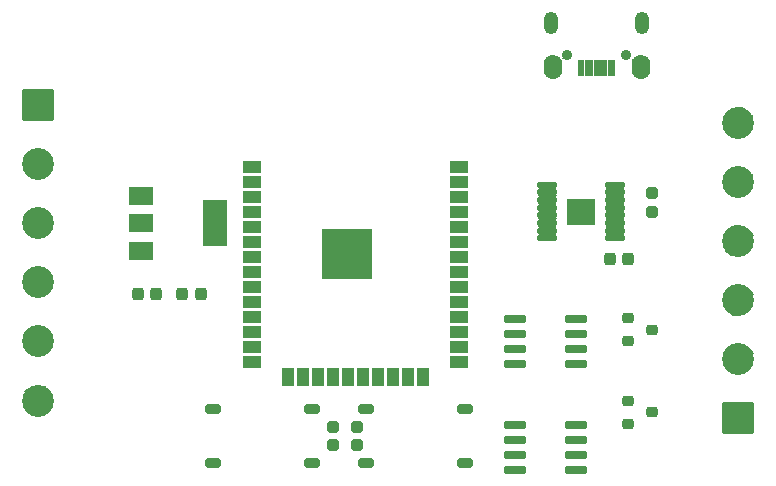
<source format=gbr>
G04 #@! TF.GenerationSoftware,KiCad,Pcbnew,(6.0.9)*
G04 #@! TF.CreationDate,2022-12-21T18:39:15+01:00*
G04 #@! TF.ProjectId,PP,50502e6b-6963-4616-945f-706362585858,rev?*
G04 #@! TF.SameCoordinates,Original*
G04 #@! TF.FileFunction,Soldermask,Top*
G04 #@! TF.FilePolarity,Negative*
%FSLAX46Y46*%
G04 Gerber Fmt 4.6, Leading zero omitted, Abs format (unit mm)*
G04 Created by KiCad (PCBNEW (6.0.9)) date 2022-12-21 18:39:15*
%MOMM*%
%LPD*%
G01*
G04 APERTURE LIST*
G04 Aperture macros list*
%AMRoundRect*
0 Rectangle with rounded corners*
0 $1 Rounding radius*
0 $2 $3 $4 $5 $6 $7 $8 $9 X,Y pos of 4 corners*
0 Add a 4 corners polygon primitive as box body*
4,1,4,$2,$3,$4,$5,$6,$7,$8,$9,$2,$3,0*
0 Add four circle primitives for the rounded corners*
1,1,$1+$1,$2,$3*
1,1,$1+$1,$4,$5*
1,1,$1+$1,$6,$7*
1,1,$1+$1,$8,$9*
0 Add four rect primitives between the rounded corners*
20,1,$1+$1,$2,$3,$4,$5,0*
20,1,$1+$1,$4,$5,$6,$7,0*
20,1,$1+$1,$6,$7,$8,$9,0*
20,1,$1+$1,$8,$9,$2,$3,0*%
G04 Aperture macros list end*
%ADD10RoundRect,0.051000X-1.000000X-0.750000X1.000000X-0.750000X1.000000X0.750000X-1.000000X0.750000X0*%
%ADD11RoundRect,0.051000X-1.000000X-1.900000X1.000000X-1.900000X1.000000X1.900000X-1.000000X1.900000X0*%
%ADD12R,2.460000X2.310000*%
%ADD13RoundRect,0.151000X-0.687500X-0.100000X0.687500X-0.100000X0.687500X0.100000X-0.687500X0.100000X0*%
%ADD14RoundRect,0.251000X-0.250000X-0.200000X0.250000X-0.200000X0.250000X0.200000X-0.250000X0.200000X0*%
%ADD15RoundRect,0.201000X-0.725000X-0.150000X0.725000X-0.150000X0.725000X0.150000X-0.725000X0.150000X0*%
%ADD16O,0.902000X0.902000*%
%ADD17RoundRect,0.051000X0.225000X0.650000X-0.225000X0.650000X-0.225000X-0.650000X0.225000X-0.650000X0*%
%ADD18O,1.552000X2.102000*%
%ADD19O,1.252000X1.902000*%
%ADD20RoundRect,0.276000X-0.225000X-0.250000X0.225000X-0.250000X0.225000X0.250000X-0.225000X0.250000X0*%
%ADD21C,2.702000*%
%ADD22RoundRect,0.051000X1.300000X-1.300000X1.300000X1.300000X-1.300000X1.300000X-1.300000X-1.300000X0*%
%ADD23RoundRect,0.051000X-1.300000X1.300000X-1.300000X-1.300000X1.300000X-1.300000X1.300000X1.300000X0*%
%ADD24RoundRect,0.226000X-0.425000X-0.175000X0.425000X-0.175000X0.425000X0.175000X-0.425000X0.175000X0*%
%ADD25RoundRect,0.276000X0.225000X0.250000X-0.225000X0.250000X-0.225000X-0.250000X0.225000X-0.250000X0*%
%ADD26RoundRect,0.276000X0.250000X-0.225000X0.250000X0.225000X-0.250000X0.225000X-0.250000X-0.225000X0*%
%ADD27RoundRect,0.276000X-0.250000X0.225000X-0.250000X-0.225000X0.250000X-0.225000X0.250000X0.225000X0*%
%ADD28RoundRect,0.051000X-0.750000X-0.450000X0.750000X-0.450000X0.750000X0.450000X-0.750000X0.450000X0*%
%ADD29RoundRect,0.051000X0.450000X-0.750000X0.450000X0.750000X-0.450000X0.750000X-0.450000X-0.750000X0*%
%ADD30C,0.577000*%
%ADD31RoundRect,0.051000X-2.100000X-2.100000X2.100000X-2.100000X2.100000X2.100000X-2.100000X2.100000X0*%
G04 APERTURE END LIST*
D10*
X90700000Y-59700000D03*
D11*
X97000000Y-62000000D03*
D10*
X90700000Y-62000000D03*
X90700000Y-64300000D03*
D12*
X128000000Y-61000000D03*
D13*
X125137500Y-58725000D03*
X125137500Y-59375000D03*
X125137500Y-60025000D03*
X125137500Y-60675000D03*
X125137500Y-61325000D03*
X125137500Y-61975000D03*
X125137500Y-62625000D03*
X125137500Y-63275000D03*
X130862500Y-63275000D03*
X130862500Y-62625000D03*
X130862500Y-61975000D03*
X130862500Y-61325000D03*
X130862500Y-60675000D03*
X130862500Y-60025000D03*
X130862500Y-59375000D03*
X130862500Y-58725000D03*
D14*
X132000000Y-77050000D03*
X132000000Y-78950000D03*
X134000000Y-78000000D03*
D15*
X122425000Y-79095000D03*
X122425000Y-80365000D03*
X122425000Y-81635000D03*
X122425000Y-82905000D03*
X127575000Y-82905000D03*
X127575000Y-81635000D03*
X127575000Y-80365000D03*
X127575000Y-79095000D03*
D14*
X132000000Y-70050000D03*
X132000000Y-71950000D03*
X134000000Y-71000000D03*
D15*
X122425000Y-70095000D03*
X122425000Y-71365000D03*
X122425000Y-72635000D03*
X122425000Y-73905000D03*
X127575000Y-73905000D03*
X127575000Y-72635000D03*
X127575000Y-71365000D03*
X127575000Y-70095000D03*
D16*
X126810000Y-47750000D03*
X131810000Y-47750000D03*
D17*
X130610000Y-48850000D03*
X129960000Y-48850000D03*
X129310000Y-48850000D03*
X128660000Y-48850000D03*
X128010000Y-48850000D03*
D18*
X125585000Y-48800000D03*
X133035000Y-48800000D03*
D19*
X125435000Y-45000000D03*
X133185000Y-45000000D03*
D20*
X90450000Y-68000000D03*
X92000000Y-68000000D03*
X130450000Y-65000000D03*
X132000000Y-65000000D03*
D21*
X141305000Y-53500000D03*
X141305000Y-58500000D03*
X141305000Y-63500000D03*
X141305000Y-68500000D03*
X141305000Y-73500000D03*
D22*
X141305000Y-78500000D03*
D23*
X82000000Y-52000000D03*
D21*
X82000000Y-57000000D03*
X82000000Y-62000000D03*
X82000000Y-67000000D03*
X82000000Y-72000000D03*
X82000000Y-77000000D03*
D24*
X96800000Y-77750000D03*
X105200000Y-77750000D03*
X96800000Y-82250000D03*
X105200000Y-82250000D03*
D25*
X95775000Y-68000000D03*
X94225000Y-68000000D03*
D26*
X109000000Y-80775000D03*
X109000000Y-79225000D03*
X107000000Y-80775000D03*
X107000000Y-79225000D03*
D27*
X134000000Y-59450000D03*
X134000000Y-61000000D03*
D24*
X109800000Y-77750000D03*
X118200000Y-77750000D03*
X109800000Y-82250000D03*
X118200000Y-82250000D03*
D28*
X100135000Y-57230000D03*
X100135000Y-58500000D03*
X100135000Y-59770000D03*
X100135000Y-61040000D03*
X100135000Y-62310000D03*
X100135000Y-63580000D03*
X100135000Y-64850000D03*
X100135000Y-66120000D03*
X100135000Y-67390000D03*
X100135000Y-68660000D03*
X100135000Y-69930000D03*
X100135000Y-71200000D03*
X100135000Y-72470000D03*
X100135000Y-73740000D03*
D29*
X103175000Y-74990000D03*
X104445000Y-74990000D03*
X105715000Y-74990000D03*
X106985000Y-74990000D03*
X108255000Y-74990000D03*
X109525000Y-74990000D03*
X110795000Y-74990000D03*
X112065000Y-74990000D03*
X113335000Y-74990000D03*
X114605000Y-74990000D03*
D28*
X117635000Y-73740000D03*
X117635000Y-72470000D03*
X117635000Y-71200000D03*
X117635000Y-69930000D03*
X117635000Y-68660000D03*
X117635000Y-67390000D03*
X117635000Y-66120000D03*
X117635000Y-64850000D03*
X117635000Y-63580000D03*
X117635000Y-62310000D03*
X117635000Y-61040000D03*
X117635000Y-59770000D03*
X117635000Y-58500000D03*
X117635000Y-57230000D03*
D30*
X108205000Y-63807500D03*
X109730000Y-63807500D03*
X108205000Y-65332500D03*
X106680000Y-65332500D03*
X108967500Y-63045000D03*
X107442500Y-63045000D03*
D31*
X108205000Y-64570000D03*
D30*
X106680000Y-63807500D03*
X108967500Y-64570000D03*
X108967500Y-66095000D03*
X107442500Y-66095000D03*
X107442500Y-64570000D03*
X109730000Y-65332500D03*
G36*
X82127603Y-75648379D02*
G01*
X82127930Y-75648410D01*
X82346643Y-75687369D01*
X82346960Y-75687453D01*
X82556375Y-75761611D01*
X82556674Y-75761745D01*
X82751165Y-75869109D01*
X82751438Y-75869290D01*
X82925782Y-76006980D01*
X82926021Y-76007204D01*
X83075536Y-76171518D01*
X83075736Y-76171778D01*
X83196407Y-76358306D01*
X83196562Y-76358595D01*
X83285147Y-76562329D01*
X83285253Y-76562639D01*
X83339374Y-76778101D01*
X83339427Y-76778424D01*
X83357926Y-77003440D01*
X83357932Y-77003653D01*
X83356490Y-77062685D01*
X83356474Y-77062897D01*
X83327004Y-77286741D01*
X83326935Y-77287061D01*
X83262353Y-77499625D01*
X83262232Y-77499930D01*
X83163800Y-77699091D01*
X83163631Y-77699372D01*
X83033992Y-77879784D01*
X83033780Y-77880034D01*
X82876419Y-78036847D01*
X82876168Y-78037058D01*
X82695302Y-78166068D01*
X82695021Y-78166236D01*
X82495523Y-78263970D01*
X82495218Y-78264090D01*
X82282429Y-78327929D01*
X82282108Y-78327997D01*
X82061748Y-78356225D01*
X82061421Y-78356240D01*
X81839417Y-78348101D01*
X81839091Y-78348062D01*
X81621390Y-78303770D01*
X81621076Y-78303678D01*
X81413534Y-78224425D01*
X81413238Y-78224284D01*
X81221430Y-78112201D01*
X81221161Y-78112013D01*
X81050232Y-77970103D01*
X81049998Y-77969873D01*
X80904542Y-77801955D01*
X80904349Y-77801691D01*
X80788273Y-77612272D01*
X80788125Y-77611979D01*
X80704544Y-77406143D01*
X80704446Y-77405831D01*
X80655606Y-77189109D01*
X80655560Y-77188784D01*
X80642770Y-76966991D01*
X80642772Y-76966928D01*
X80646781Y-76966928D01*
X80659551Y-77188390D01*
X80708318Y-77404790D01*
X80791775Y-77610318D01*
X80907679Y-77799457D01*
X81052917Y-77967125D01*
X81223596Y-78108824D01*
X81415123Y-78220743D01*
X81622346Y-78299875D01*
X81839725Y-78344101D01*
X82061405Y-78352229D01*
X82281432Y-78324043D01*
X82493908Y-78260297D01*
X82693116Y-78162707D01*
X82873703Y-78033896D01*
X83030838Y-77877308D01*
X83160282Y-77697168D01*
X83258566Y-77498304D01*
X83323053Y-77286053D01*
X83352016Y-77066062D01*
X83353628Y-77000059D01*
X83335448Y-76778920D01*
X83281405Y-76563771D01*
X83192953Y-76360344D01*
X83072463Y-76174094D01*
X82923172Y-76010026D01*
X82749081Y-75872538D01*
X82554879Y-75765332D01*
X82345778Y-75691285D01*
X82127388Y-75652384D01*
X81905576Y-75649674D01*
X81686300Y-75683228D01*
X81475449Y-75752145D01*
X81278686Y-75854573D01*
X81101296Y-75987761D01*
X80948036Y-76148139D01*
X80823032Y-76331389D01*
X80729634Y-76532597D01*
X80670354Y-76746352D01*
X80646781Y-76966928D01*
X80642772Y-76966928D01*
X80642778Y-76966663D01*
X80666386Y-76745767D01*
X80666448Y-76745446D01*
X80725817Y-76531363D01*
X80725930Y-76531055D01*
X80819466Y-76329552D01*
X80819628Y-76329267D01*
X80944818Y-76145746D01*
X80945024Y-76145491D01*
X81098511Y-75984876D01*
X81098756Y-75984659D01*
X81276415Y-75851268D01*
X81276693Y-75851093D01*
X81473742Y-75748516D01*
X81474044Y-75748389D01*
X81685213Y-75679369D01*
X81685531Y-75679293D01*
X81905133Y-75645689D01*
X81905460Y-75645666D01*
X82127603Y-75648379D01*
G37*
G36*
X141432603Y-72148379D02*
G01*
X141432930Y-72148410D01*
X141651643Y-72187369D01*
X141651960Y-72187453D01*
X141861375Y-72261611D01*
X141861674Y-72261745D01*
X142056165Y-72369109D01*
X142056438Y-72369290D01*
X142230782Y-72506980D01*
X142231021Y-72507204D01*
X142380536Y-72671518D01*
X142380736Y-72671778D01*
X142501407Y-72858306D01*
X142501562Y-72858595D01*
X142590147Y-73062329D01*
X142590253Y-73062639D01*
X142644374Y-73278101D01*
X142644427Y-73278424D01*
X142662926Y-73503440D01*
X142662932Y-73503653D01*
X142661490Y-73562685D01*
X142661474Y-73562897D01*
X142632004Y-73786741D01*
X142631935Y-73787061D01*
X142567353Y-73999625D01*
X142567232Y-73999930D01*
X142468800Y-74199091D01*
X142468631Y-74199372D01*
X142338992Y-74379784D01*
X142338780Y-74380034D01*
X142181419Y-74536847D01*
X142181168Y-74537058D01*
X142000302Y-74666068D01*
X142000021Y-74666236D01*
X141800523Y-74763970D01*
X141800218Y-74764090D01*
X141587429Y-74827929D01*
X141587108Y-74827997D01*
X141366748Y-74856225D01*
X141366421Y-74856240D01*
X141144417Y-74848101D01*
X141144091Y-74848062D01*
X140926390Y-74803770D01*
X140926076Y-74803678D01*
X140718534Y-74724425D01*
X140718238Y-74724284D01*
X140526430Y-74612201D01*
X140526161Y-74612013D01*
X140355232Y-74470103D01*
X140354998Y-74469873D01*
X140209542Y-74301955D01*
X140209349Y-74301691D01*
X140093273Y-74112272D01*
X140093125Y-74111979D01*
X140009544Y-73906143D01*
X140009446Y-73905831D01*
X139960606Y-73689109D01*
X139960560Y-73688784D01*
X139947770Y-73466991D01*
X139947772Y-73466928D01*
X139951781Y-73466928D01*
X139964551Y-73688390D01*
X140013318Y-73904790D01*
X140096775Y-74110318D01*
X140212679Y-74299457D01*
X140357917Y-74467125D01*
X140528596Y-74608824D01*
X140720123Y-74720743D01*
X140927346Y-74799875D01*
X141144725Y-74844101D01*
X141366405Y-74852229D01*
X141586432Y-74824043D01*
X141798908Y-74760297D01*
X141998116Y-74662707D01*
X142178703Y-74533896D01*
X142335838Y-74377308D01*
X142465282Y-74197168D01*
X142563566Y-73998304D01*
X142628053Y-73786053D01*
X142657016Y-73566062D01*
X142658628Y-73500059D01*
X142640448Y-73278920D01*
X142586405Y-73063771D01*
X142497953Y-72860344D01*
X142377463Y-72674094D01*
X142228172Y-72510026D01*
X142054081Y-72372538D01*
X141859879Y-72265332D01*
X141650778Y-72191285D01*
X141432388Y-72152384D01*
X141210576Y-72149674D01*
X140991300Y-72183228D01*
X140780449Y-72252145D01*
X140583686Y-72354573D01*
X140406296Y-72487761D01*
X140253036Y-72648139D01*
X140128032Y-72831389D01*
X140034634Y-73032597D01*
X139975354Y-73246352D01*
X139951781Y-73466928D01*
X139947772Y-73466928D01*
X139947778Y-73466663D01*
X139971386Y-73245767D01*
X139971448Y-73245446D01*
X140030817Y-73031363D01*
X140030930Y-73031055D01*
X140124466Y-72829552D01*
X140124628Y-72829267D01*
X140249818Y-72645746D01*
X140250024Y-72645491D01*
X140403511Y-72484876D01*
X140403756Y-72484659D01*
X140581415Y-72351268D01*
X140581693Y-72351093D01*
X140778742Y-72248516D01*
X140779044Y-72248389D01*
X140990213Y-72179369D01*
X140990531Y-72179293D01*
X141210133Y-72145689D01*
X141210460Y-72145666D01*
X141432603Y-72148379D01*
G37*
G36*
X82127603Y-70648379D02*
G01*
X82127930Y-70648410D01*
X82346643Y-70687369D01*
X82346960Y-70687453D01*
X82556375Y-70761611D01*
X82556674Y-70761745D01*
X82751165Y-70869109D01*
X82751438Y-70869290D01*
X82925782Y-71006980D01*
X82926021Y-71007204D01*
X83075536Y-71171518D01*
X83075736Y-71171778D01*
X83196407Y-71358306D01*
X83196562Y-71358595D01*
X83285147Y-71562329D01*
X83285253Y-71562639D01*
X83339374Y-71778101D01*
X83339427Y-71778424D01*
X83357926Y-72003440D01*
X83357932Y-72003653D01*
X83356490Y-72062685D01*
X83356474Y-72062897D01*
X83327004Y-72286741D01*
X83326935Y-72287061D01*
X83262353Y-72499625D01*
X83262232Y-72499930D01*
X83163800Y-72699091D01*
X83163631Y-72699372D01*
X83033992Y-72879784D01*
X83033780Y-72880034D01*
X82876419Y-73036847D01*
X82876168Y-73037058D01*
X82695302Y-73166068D01*
X82695021Y-73166236D01*
X82495523Y-73263970D01*
X82495218Y-73264090D01*
X82282429Y-73327929D01*
X82282108Y-73327997D01*
X82061748Y-73356225D01*
X82061421Y-73356240D01*
X81839417Y-73348101D01*
X81839091Y-73348062D01*
X81621390Y-73303770D01*
X81621076Y-73303678D01*
X81413534Y-73224425D01*
X81413238Y-73224284D01*
X81221430Y-73112201D01*
X81221161Y-73112013D01*
X81050232Y-72970103D01*
X81049998Y-72969873D01*
X80904542Y-72801955D01*
X80904349Y-72801691D01*
X80788273Y-72612272D01*
X80788125Y-72611979D01*
X80704544Y-72406143D01*
X80704446Y-72405831D01*
X80655606Y-72189109D01*
X80655560Y-72188784D01*
X80642770Y-71966991D01*
X80642772Y-71966928D01*
X80646781Y-71966928D01*
X80659551Y-72188390D01*
X80708318Y-72404790D01*
X80791775Y-72610318D01*
X80907679Y-72799457D01*
X81052917Y-72967125D01*
X81223596Y-73108824D01*
X81415123Y-73220743D01*
X81622346Y-73299875D01*
X81839725Y-73344101D01*
X82061405Y-73352229D01*
X82281432Y-73324043D01*
X82493908Y-73260297D01*
X82693116Y-73162707D01*
X82873703Y-73033896D01*
X83030838Y-72877308D01*
X83160282Y-72697168D01*
X83258566Y-72498304D01*
X83323053Y-72286053D01*
X83352016Y-72066062D01*
X83353628Y-72000059D01*
X83335448Y-71778920D01*
X83281405Y-71563771D01*
X83192953Y-71360344D01*
X83072463Y-71174094D01*
X82923172Y-71010026D01*
X82749081Y-70872538D01*
X82554879Y-70765332D01*
X82345778Y-70691285D01*
X82127388Y-70652384D01*
X81905576Y-70649674D01*
X81686300Y-70683228D01*
X81475449Y-70752145D01*
X81278686Y-70854573D01*
X81101296Y-70987761D01*
X80948036Y-71148139D01*
X80823032Y-71331389D01*
X80729634Y-71532597D01*
X80670354Y-71746352D01*
X80646781Y-71966928D01*
X80642772Y-71966928D01*
X80642778Y-71966663D01*
X80666386Y-71745767D01*
X80666448Y-71745446D01*
X80725817Y-71531363D01*
X80725930Y-71531055D01*
X80819466Y-71329552D01*
X80819628Y-71329267D01*
X80944818Y-71145746D01*
X80945024Y-71145491D01*
X81098511Y-70984876D01*
X81098756Y-70984659D01*
X81276415Y-70851268D01*
X81276693Y-70851093D01*
X81473742Y-70748516D01*
X81474044Y-70748389D01*
X81685213Y-70679369D01*
X81685531Y-70679293D01*
X81905133Y-70645689D01*
X81905460Y-70645666D01*
X82127603Y-70648379D01*
G37*
G36*
X141432603Y-67148379D02*
G01*
X141432930Y-67148410D01*
X141651643Y-67187369D01*
X141651960Y-67187453D01*
X141861375Y-67261611D01*
X141861674Y-67261745D01*
X142056165Y-67369109D01*
X142056438Y-67369290D01*
X142230782Y-67506980D01*
X142231021Y-67507204D01*
X142380536Y-67671518D01*
X142380736Y-67671778D01*
X142501407Y-67858306D01*
X142501562Y-67858595D01*
X142590147Y-68062329D01*
X142590253Y-68062639D01*
X142644374Y-68278101D01*
X142644427Y-68278424D01*
X142662926Y-68503440D01*
X142662932Y-68503653D01*
X142661490Y-68562685D01*
X142661474Y-68562897D01*
X142632004Y-68786741D01*
X142631935Y-68787061D01*
X142567353Y-68999625D01*
X142567232Y-68999930D01*
X142468800Y-69199091D01*
X142468631Y-69199372D01*
X142338992Y-69379784D01*
X142338780Y-69380034D01*
X142181419Y-69536847D01*
X142181168Y-69537058D01*
X142000302Y-69666068D01*
X142000021Y-69666236D01*
X141800523Y-69763970D01*
X141800218Y-69764090D01*
X141587429Y-69827929D01*
X141587108Y-69827997D01*
X141366748Y-69856225D01*
X141366421Y-69856240D01*
X141144417Y-69848101D01*
X141144091Y-69848062D01*
X140926390Y-69803770D01*
X140926076Y-69803678D01*
X140718534Y-69724425D01*
X140718238Y-69724284D01*
X140526430Y-69612201D01*
X140526161Y-69612013D01*
X140355232Y-69470103D01*
X140354998Y-69469873D01*
X140209542Y-69301955D01*
X140209349Y-69301691D01*
X140093273Y-69112272D01*
X140093125Y-69111979D01*
X140009544Y-68906143D01*
X140009446Y-68905831D01*
X139960606Y-68689109D01*
X139960560Y-68688784D01*
X139947770Y-68466991D01*
X139947772Y-68466928D01*
X139951781Y-68466928D01*
X139964551Y-68688390D01*
X140013318Y-68904790D01*
X140096775Y-69110318D01*
X140212679Y-69299457D01*
X140357917Y-69467125D01*
X140528596Y-69608824D01*
X140720123Y-69720743D01*
X140927346Y-69799875D01*
X141144725Y-69844101D01*
X141366405Y-69852229D01*
X141586432Y-69824043D01*
X141798908Y-69760297D01*
X141998116Y-69662707D01*
X142178703Y-69533896D01*
X142335838Y-69377308D01*
X142465282Y-69197168D01*
X142563566Y-68998304D01*
X142628053Y-68786053D01*
X142657016Y-68566062D01*
X142658628Y-68500059D01*
X142640448Y-68278920D01*
X142586405Y-68063771D01*
X142497953Y-67860344D01*
X142377463Y-67674094D01*
X142228172Y-67510026D01*
X142054081Y-67372538D01*
X141859879Y-67265332D01*
X141650778Y-67191285D01*
X141432388Y-67152384D01*
X141210576Y-67149674D01*
X140991300Y-67183228D01*
X140780449Y-67252145D01*
X140583686Y-67354573D01*
X140406296Y-67487761D01*
X140253036Y-67648139D01*
X140128032Y-67831389D01*
X140034634Y-68032597D01*
X139975354Y-68246352D01*
X139951781Y-68466928D01*
X139947772Y-68466928D01*
X139947778Y-68466663D01*
X139971386Y-68245767D01*
X139971448Y-68245446D01*
X140030817Y-68031363D01*
X140030930Y-68031055D01*
X140124466Y-67829552D01*
X140124628Y-67829267D01*
X140249818Y-67645746D01*
X140250024Y-67645491D01*
X140403511Y-67484876D01*
X140403756Y-67484659D01*
X140581415Y-67351268D01*
X140581693Y-67351093D01*
X140778742Y-67248516D01*
X140779044Y-67248389D01*
X140990213Y-67179369D01*
X140990531Y-67179293D01*
X141210133Y-67145689D01*
X141210460Y-67145666D01*
X141432603Y-67148379D01*
G37*
G36*
X82127603Y-65648379D02*
G01*
X82127930Y-65648410D01*
X82346643Y-65687369D01*
X82346960Y-65687453D01*
X82556375Y-65761611D01*
X82556674Y-65761745D01*
X82751165Y-65869109D01*
X82751438Y-65869290D01*
X82925782Y-66006980D01*
X82926021Y-66007204D01*
X83075536Y-66171518D01*
X83075736Y-66171778D01*
X83196407Y-66358306D01*
X83196562Y-66358595D01*
X83285147Y-66562329D01*
X83285253Y-66562639D01*
X83339374Y-66778101D01*
X83339427Y-66778424D01*
X83357926Y-67003440D01*
X83357932Y-67003653D01*
X83356490Y-67062685D01*
X83356474Y-67062897D01*
X83327004Y-67286741D01*
X83326935Y-67287061D01*
X83262353Y-67499625D01*
X83262232Y-67499930D01*
X83163800Y-67699091D01*
X83163631Y-67699372D01*
X83033992Y-67879784D01*
X83033780Y-67880034D01*
X82876419Y-68036847D01*
X82876168Y-68037058D01*
X82695302Y-68166068D01*
X82695021Y-68166236D01*
X82495523Y-68263970D01*
X82495218Y-68264090D01*
X82282429Y-68327929D01*
X82282108Y-68327997D01*
X82061748Y-68356225D01*
X82061421Y-68356240D01*
X81839417Y-68348101D01*
X81839091Y-68348062D01*
X81621390Y-68303770D01*
X81621076Y-68303678D01*
X81413534Y-68224425D01*
X81413238Y-68224284D01*
X81221430Y-68112201D01*
X81221161Y-68112013D01*
X81050232Y-67970103D01*
X81049998Y-67969873D01*
X80904542Y-67801955D01*
X80904349Y-67801691D01*
X80788273Y-67612272D01*
X80788125Y-67611979D01*
X80704544Y-67406143D01*
X80704446Y-67405831D01*
X80655606Y-67189109D01*
X80655560Y-67188784D01*
X80642770Y-66966991D01*
X80642772Y-66966928D01*
X80646781Y-66966928D01*
X80659551Y-67188390D01*
X80708318Y-67404790D01*
X80791775Y-67610318D01*
X80907679Y-67799457D01*
X81052917Y-67967125D01*
X81223596Y-68108824D01*
X81415123Y-68220743D01*
X81622346Y-68299875D01*
X81839725Y-68344101D01*
X82061405Y-68352229D01*
X82281432Y-68324043D01*
X82493908Y-68260297D01*
X82693116Y-68162707D01*
X82873703Y-68033896D01*
X83030838Y-67877308D01*
X83160282Y-67697168D01*
X83258566Y-67498304D01*
X83323053Y-67286053D01*
X83352016Y-67066062D01*
X83353628Y-67000059D01*
X83335448Y-66778920D01*
X83281405Y-66563771D01*
X83192953Y-66360344D01*
X83072463Y-66174094D01*
X82923172Y-66010026D01*
X82749081Y-65872538D01*
X82554879Y-65765332D01*
X82345778Y-65691285D01*
X82127388Y-65652384D01*
X81905576Y-65649674D01*
X81686300Y-65683228D01*
X81475449Y-65752145D01*
X81278686Y-65854573D01*
X81101296Y-65987761D01*
X80948036Y-66148139D01*
X80823032Y-66331389D01*
X80729634Y-66532597D01*
X80670354Y-66746352D01*
X80646781Y-66966928D01*
X80642772Y-66966928D01*
X80642778Y-66966663D01*
X80666386Y-66745767D01*
X80666448Y-66745446D01*
X80725817Y-66531363D01*
X80725930Y-66531055D01*
X80819466Y-66329552D01*
X80819628Y-66329267D01*
X80944818Y-66145746D01*
X80945024Y-66145491D01*
X81098511Y-65984876D01*
X81098756Y-65984659D01*
X81276415Y-65851268D01*
X81276693Y-65851093D01*
X81473742Y-65748516D01*
X81474044Y-65748389D01*
X81685213Y-65679369D01*
X81685531Y-65679293D01*
X81905133Y-65645689D01*
X81905460Y-65645666D01*
X82127603Y-65648379D01*
G37*
G36*
X141432603Y-62148379D02*
G01*
X141432930Y-62148410D01*
X141651643Y-62187369D01*
X141651960Y-62187453D01*
X141861375Y-62261611D01*
X141861674Y-62261745D01*
X142056165Y-62369109D01*
X142056438Y-62369290D01*
X142230782Y-62506980D01*
X142231021Y-62507204D01*
X142380536Y-62671518D01*
X142380736Y-62671778D01*
X142501407Y-62858306D01*
X142501562Y-62858595D01*
X142590147Y-63062329D01*
X142590253Y-63062639D01*
X142644374Y-63278101D01*
X142644427Y-63278424D01*
X142662926Y-63503440D01*
X142662932Y-63503653D01*
X142661490Y-63562685D01*
X142661474Y-63562897D01*
X142632004Y-63786741D01*
X142631935Y-63787061D01*
X142567353Y-63999625D01*
X142567232Y-63999930D01*
X142468800Y-64199091D01*
X142468631Y-64199372D01*
X142338992Y-64379784D01*
X142338780Y-64380034D01*
X142181419Y-64536847D01*
X142181168Y-64537058D01*
X142000302Y-64666068D01*
X142000021Y-64666236D01*
X141800523Y-64763970D01*
X141800218Y-64764090D01*
X141587429Y-64827929D01*
X141587108Y-64827997D01*
X141366748Y-64856225D01*
X141366421Y-64856240D01*
X141144417Y-64848101D01*
X141144091Y-64848062D01*
X140926390Y-64803770D01*
X140926076Y-64803678D01*
X140718534Y-64724425D01*
X140718238Y-64724284D01*
X140526430Y-64612201D01*
X140526161Y-64612013D01*
X140355232Y-64470103D01*
X140354998Y-64469873D01*
X140209542Y-64301955D01*
X140209349Y-64301691D01*
X140093273Y-64112272D01*
X140093125Y-64111979D01*
X140009544Y-63906143D01*
X140009446Y-63905831D01*
X139960606Y-63689109D01*
X139960560Y-63688784D01*
X139947770Y-63466991D01*
X139947772Y-63466928D01*
X139951781Y-63466928D01*
X139964551Y-63688390D01*
X140013318Y-63904790D01*
X140096775Y-64110318D01*
X140212679Y-64299457D01*
X140357917Y-64467125D01*
X140528596Y-64608824D01*
X140720123Y-64720743D01*
X140927346Y-64799875D01*
X141144725Y-64844101D01*
X141366405Y-64852229D01*
X141586432Y-64824043D01*
X141798908Y-64760297D01*
X141998116Y-64662707D01*
X142178703Y-64533896D01*
X142335838Y-64377308D01*
X142465282Y-64197168D01*
X142563566Y-63998304D01*
X142628053Y-63786053D01*
X142657016Y-63566062D01*
X142658628Y-63500059D01*
X142640448Y-63278920D01*
X142586405Y-63063771D01*
X142497953Y-62860344D01*
X142377463Y-62674094D01*
X142228172Y-62510026D01*
X142054081Y-62372538D01*
X141859879Y-62265332D01*
X141650778Y-62191285D01*
X141432388Y-62152384D01*
X141210576Y-62149674D01*
X140991300Y-62183228D01*
X140780449Y-62252145D01*
X140583686Y-62354573D01*
X140406296Y-62487761D01*
X140253036Y-62648139D01*
X140128032Y-62831389D01*
X140034634Y-63032597D01*
X139975354Y-63246352D01*
X139951781Y-63466928D01*
X139947772Y-63466928D01*
X139947778Y-63466663D01*
X139971386Y-63245767D01*
X139971448Y-63245446D01*
X140030817Y-63031363D01*
X140030930Y-63031055D01*
X140124466Y-62829552D01*
X140124628Y-62829267D01*
X140249818Y-62645746D01*
X140250024Y-62645491D01*
X140403511Y-62484876D01*
X140403756Y-62484659D01*
X140581415Y-62351268D01*
X140581693Y-62351093D01*
X140778742Y-62248516D01*
X140779044Y-62248389D01*
X140990213Y-62179369D01*
X140990531Y-62179293D01*
X141210133Y-62145689D01*
X141210460Y-62145666D01*
X141432603Y-62148379D01*
G37*
G36*
X82127603Y-60648379D02*
G01*
X82127930Y-60648410D01*
X82346643Y-60687369D01*
X82346960Y-60687453D01*
X82556375Y-60761611D01*
X82556674Y-60761745D01*
X82751165Y-60869109D01*
X82751438Y-60869290D01*
X82925782Y-61006980D01*
X82926021Y-61007204D01*
X83075536Y-61171518D01*
X83075736Y-61171778D01*
X83196407Y-61358306D01*
X83196562Y-61358595D01*
X83285147Y-61562329D01*
X83285253Y-61562639D01*
X83339374Y-61778101D01*
X83339427Y-61778424D01*
X83357926Y-62003440D01*
X83357932Y-62003653D01*
X83356490Y-62062685D01*
X83356474Y-62062897D01*
X83327004Y-62286741D01*
X83326935Y-62287061D01*
X83262353Y-62499625D01*
X83262232Y-62499930D01*
X83163800Y-62699091D01*
X83163631Y-62699372D01*
X83033992Y-62879784D01*
X83033780Y-62880034D01*
X82876419Y-63036847D01*
X82876168Y-63037058D01*
X82695302Y-63166068D01*
X82695021Y-63166236D01*
X82495523Y-63263970D01*
X82495218Y-63264090D01*
X82282429Y-63327929D01*
X82282108Y-63327997D01*
X82061748Y-63356225D01*
X82061421Y-63356240D01*
X81839417Y-63348101D01*
X81839091Y-63348062D01*
X81621390Y-63303770D01*
X81621076Y-63303678D01*
X81413534Y-63224425D01*
X81413238Y-63224284D01*
X81221430Y-63112201D01*
X81221161Y-63112013D01*
X81050232Y-62970103D01*
X81049998Y-62969873D01*
X80904542Y-62801955D01*
X80904349Y-62801691D01*
X80788273Y-62612272D01*
X80788125Y-62611979D01*
X80704544Y-62406143D01*
X80704446Y-62405831D01*
X80655606Y-62189109D01*
X80655560Y-62188784D01*
X80642770Y-61966991D01*
X80642772Y-61966928D01*
X80646781Y-61966928D01*
X80659551Y-62188390D01*
X80708318Y-62404790D01*
X80791775Y-62610318D01*
X80907679Y-62799457D01*
X81052917Y-62967125D01*
X81223596Y-63108824D01*
X81415123Y-63220743D01*
X81622346Y-63299875D01*
X81839725Y-63344101D01*
X82061405Y-63352229D01*
X82281432Y-63324043D01*
X82493908Y-63260297D01*
X82693116Y-63162707D01*
X82873703Y-63033896D01*
X83030838Y-62877308D01*
X83160282Y-62697168D01*
X83258566Y-62498304D01*
X83323053Y-62286053D01*
X83352016Y-62066062D01*
X83353628Y-62000059D01*
X83335448Y-61778920D01*
X83281405Y-61563771D01*
X83192953Y-61360344D01*
X83072463Y-61174094D01*
X82923172Y-61010026D01*
X82749081Y-60872538D01*
X82554879Y-60765332D01*
X82345778Y-60691285D01*
X82127388Y-60652384D01*
X81905576Y-60649674D01*
X81686300Y-60683228D01*
X81475449Y-60752145D01*
X81278686Y-60854573D01*
X81101296Y-60987761D01*
X80948036Y-61148139D01*
X80823032Y-61331389D01*
X80729634Y-61532597D01*
X80670354Y-61746352D01*
X80646781Y-61966928D01*
X80642772Y-61966928D01*
X80642778Y-61966663D01*
X80666386Y-61745767D01*
X80666448Y-61745446D01*
X80725817Y-61531363D01*
X80725930Y-61531055D01*
X80819466Y-61329552D01*
X80819628Y-61329267D01*
X80944818Y-61145746D01*
X80945024Y-61145491D01*
X81098511Y-60984876D01*
X81098756Y-60984659D01*
X81276415Y-60851268D01*
X81276693Y-60851093D01*
X81473742Y-60748516D01*
X81474044Y-60748389D01*
X81685213Y-60679369D01*
X81685531Y-60679293D01*
X81905133Y-60645689D01*
X81905460Y-60645666D01*
X82127603Y-60648379D01*
G37*
G36*
X130085508Y-62844404D02*
G01*
X130116862Y-62865354D01*
X130160328Y-62874000D01*
X131564671Y-62873999D01*
X131608138Y-62865354D01*
X131639492Y-62844404D01*
X131641488Y-62844273D01*
X131642599Y-62845936D01*
X131642138Y-62847350D01*
X131597347Y-62900945D01*
X131588715Y-62969660D01*
X131618679Y-63032290D01*
X131641912Y-63052420D01*
X131642566Y-63054310D01*
X131641256Y-63055822D01*
X131639491Y-63055595D01*
X131608138Y-63034646D01*
X131564672Y-63026000D01*
X130160329Y-63026001D01*
X130116862Y-63034646D01*
X130085508Y-63055596D01*
X130083512Y-63055727D01*
X130082401Y-63054064D01*
X130082862Y-63052650D01*
X130127653Y-62999055D01*
X130136285Y-62930340D01*
X130106321Y-62867710D01*
X130083087Y-62847579D01*
X130082433Y-62845689D01*
X130083743Y-62844177D01*
X130085508Y-62844404D01*
G37*
G36*
X124360508Y-62844404D02*
G01*
X124391862Y-62865354D01*
X124435328Y-62874000D01*
X125839671Y-62873999D01*
X125883138Y-62865354D01*
X125914492Y-62844404D01*
X125916488Y-62844273D01*
X125917599Y-62845936D01*
X125917138Y-62847350D01*
X125872347Y-62900945D01*
X125863715Y-62969660D01*
X125893679Y-63032290D01*
X125916912Y-63052420D01*
X125917566Y-63054310D01*
X125916256Y-63055822D01*
X125914491Y-63055595D01*
X125883138Y-63034646D01*
X125839672Y-63026000D01*
X124435329Y-63026001D01*
X124391862Y-63034646D01*
X124360508Y-63055596D01*
X124358512Y-63055727D01*
X124357401Y-63054064D01*
X124357862Y-63052650D01*
X124402653Y-62999055D01*
X124411285Y-62930340D01*
X124381321Y-62867710D01*
X124358087Y-62847579D01*
X124357433Y-62845689D01*
X124358743Y-62844177D01*
X124360508Y-62844404D01*
G37*
G36*
X124360508Y-62194404D02*
G01*
X124391862Y-62215354D01*
X124435328Y-62224000D01*
X125839671Y-62223999D01*
X125883138Y-62215354D01*
X125914492Y-62194404D01*
X125916488Y-62194273D01*
X125917599Y-62195936D01*
X125917138Y-62197350D01*
X125872347Y-62250945D01*
X125863715Y-62319660D01*
X125893679Y-62382290D01*
X125916912Y-62402420D01*
X125917566Y-62404310D01*
X125916256Y-62405822D01*
X125914491Y-62405595D01*
X125883138Y-62384646D01*
X125839672Y-62376000D01*
X124435329Y-62376001D01*
X124391862Y-62384646D01*
X124360508Y-62405596D01*
X124358512Y-62405727D01*
X124357401Y-62404064D01*
X124357862Y-62402650D01*
X124402653Y-62349055D01*
X124411285Y-62280340D01*
X124381321Y-62217710D01*
X124358087Y-62197579D01*
X124357433Y-62195689D01*
X124358743Y-62194177D01*
X124360508Y-62194404D01*
G37*
G36*
X130085508Y-62194404D02*
G01*
X130116862Y-62215354D01*
X130160328Y-62224000D01*
X131564671Y-62223999D01*
X131608138Y-62215354D01*
X131639492Y-62194404D01*
X131641488Y-62194273D01*
X131642599Y-62195936D01*
X131642138Y-62197350D01*
X131597347Y-62250945D01*
X131588715Y-62319660D01*
X131618679Y-62382290D01*
X131641912Y-62402420D01*
X131642566Y-62404310D01*
X131641256Y-62405822D01*
X131639491Y-62405595D01*
X131608138Y-62384646D01*
X131564672Y-62376000D01*
X130160329Y-62376001D01*
X130116862Y-62384646D01*
X130085508Y-62405596D01*
X130083512Y-62405727D01*
X130082401Y-62404064D01*
X130082862Y-62402650D01*
X130127653Y-62349055D01*
X130136285Y-62280340D01*
X130106321Y-62217710D01*
X130083087Y-62197579D01*
X130082433Y-62195689D01*
X130083743Y-62194177D01*
X130085508Y-62194404D01*
G37*
G36*
X124360508Y-61544404D02*
G01*
X124391862Y-61565354D01*
X124435328Y-61574000D01*
X125839671Y-61573999D01*
X125883138Y-61565354D01*
X125914492Y-61544404D01*
X125916488Y-61544273D01*
X125917599Y-61545936D01*
X125917138Y-61547350D01*
X125872347Y-61600945D01*
X125863715Y-61669660D01*
X125893679Y-61732290D01*
X125916912Y-61752420D01*
X125917566Y-61754310D01*
X125916256Y-61755822D01*
X125914491Y-61755595D01*
X125883138Y-61734646D01*
X125839672Y-61726000D01*
X124435329Y-61726001D01*
X124391862Y-61734646D01*
X124360508Y-61755596D01*
X124358512Y-61755727D01*
X124357401Y-61754064D01*
X124357862Y-61752650D01*
X124402653Y-61699055D01*
X124411285Y-61630340D01*
X124381321Y-61567710D01*
X124358087Y-61547579D01*
X124357433Y-61545689D01*
X124358743Y-61544177D01*
X124360508Y-61544404D01*
G37*
G36*
X130085508Y-61544404D02*
G01*
X130116862Y-61565354D01*
X130160328Y-61574000D01*
X131564671Y-61573999D01*
X131608138Y-61565354D01*
X131639492Y-61544404D01*
X131641488Y-61544273D01*
X131642599Y-61545936D01*
X131642138Y-61547350D01*
X131597347Y-61600945D01*
X131588715Y-61669660D01*
X131618679Y-61732290D01*
X131641912Y-61752420D01*
X131642566Y-61754310D01*
X131641256Y-61755822D01*
X131639491Y-61755595D01*
X131608138Y-61734646D01*
X131564672Y-61726000D01*
X130160329Y-61726001D01*
X130116862Y-61734646D01*
X130085508Y-61755596D01*
X130083512Y-61755727D01*
X130082401Y-61754064D01*
X130082862Y-61752650D01*
X130127653Y-61699055D01*
X130136285Y-61630340D01*
X130106321Y-61567710D01*
X130083087Y-61547579D01*
X130082433Y-61545689D01*
X130083743Y-61544177D01*
X130085508Y-61544404D01*
G37*
G36*
X130085508Y-60894404D02*
G01*
X130116862Y-60915354D01*
X130160328Y-60924000D01*
X131564671Y-60923999D01*
X131608138Y-60915354D01*
X131639492Y-60894404D01*
X131641488Y-60894273D01*
X131642599Y-60895936D01*
X131642138Y-60897350D01*
X131597347Y-60950945D01*
X131588715Y-61019660D01*
X131618679Y-61082290D01*
X131641912Y-61102420D01*
X131642566Y-61104310D01*
X131641256Y-61105822D01*
X131639491Y-61105595D01*
X131608138Y-61084646D01*
X131564672Y-61076000D01*
X130160329Y-61076001D01*
X130116862Y-61084646D01*
X130085508Y-61105596D01*
X130083512Y-61105727D01*
X130082401Y-61104064D01*
X130082862Y-61102650D01*
X130127653Y-61049055D01*
X130136285Y-60980340D01*
X130106321Y-60917710D01*
X130083087Y-60897579D01*
X130082433Y-60895689D01*
X130083743Y-60894177D01*
X130085508Y-60894404D01*
G37*
G36*
X124360508Y-60894404D02*
G01*
X124391862Y-60915354D01*
X124435328Y-60924000D01*
X125839671Y-60923999D01*
X125883138Y-60915354D01*
X125914492Y-60894404D01*
X125916488Y-60894273D01*
X125917599Y-60895936D01*
X125917138Y-60897350D01*
X125872347Y-60950945D01*
X125863715Y-61019660D01*
X125893679Y-61082290D01*
X125916912Y-61102420D01*
X125917566Y-61104310D01*
X125916256Y-61105822D01*
X125914491Y-61105595D01*
X125883138Y-61084646D01*
X125839672Y-61076000D01*
X124435329Y-61076001D01*
X124391862Y-61084646D01*
X124360508Y-61105596D01*
X124358512Y-61105727D01*
X124357401Y-61104064D01*
X124357862Y-61102650D01*
X124402653Y-61049055D01*
X124411285Y-60980340D01*
X124381321Y-60917710D01*
X124358087Y-60897579D01*
X124357433Y-60895689D01*
X124358743Y-60894177D01*
X124360508Y-60894404D01*
G37*
G36*
X124360508Y-60244404D02*
G01*
X124391862Y-60265354D01*
X124435328Y-60274000D01*
X125839671Y-60273999D01*
X125883138Y-60265354D01*
X125914492Y-60244404D01*
X125916488Y-60244273D01*
X125917599Y-60245936D01*
X125917138Y-60247350D01*
X125872347Y-60300945D01*
X125863715Y-60369660D01*
X125893679Y-60432290D01*
X125916912Y-60452420D01*
X125917566Y-60454310D01*
X125916256Y-60455822D01*
X125914491Y-60455595D01*
X125883138Y-60434646D01*
X125839672Y-60426000D01*
X124435329Y-60426001D01*
X124391862Y-60434646D01*
X124360508Y-60455596D01*
X124358512Y-60455727D01*
X124357401Y-60454064D01*
X124357862Y-60452650D01*
X124402653Y-60399055D01*
X124411285Y-60330340D01*
X124381321Y-60267710D01*
X124358087Y-60247579D01*
X124357433Y-60245689D01*
X124358743Y-60244177D01*
X124360508Y-60244404D01*
G37*
G36*
X130085508Y-60244404D02*
G01*
X130116862Y-60265354D01*
X130160328Y-60274000D01*
X131564671Y-60273999D01*
X131608138Y-60265354D01*
X131639492Y-60244404D01*
X131641488Y-60244273D01*
X131642599Y-60245936D01*
X131642138Y-60247350D01*
X131597347Y-60300945D01*
X131588715Y-60369660D01*
X131618679Y-60432290D01*
X131641912Y-60452420D01*
X131642566Y-60454310D01*
X131641256Y-60455822D01*
X131639491Y-60455595D01*
X131608138Y-60434646D01*
X131564672Y-60426000D01*
X130160329Y-60426001D01*
X130116862Y-60434646D01*
X130085508Y-60455596D01*
X130083512Y-60455727D01*
X130082401Y-60454064D01*
X130082862Y-60452650D01*
X130127653Y-60399055D01*
X130136285Y-60330340D01*
X130106321Y-60267710D01*
X130083087Y-60247579D01*
X130082433Y-60245689D01*
X130083743Y-60244177D01*
X130085508Y-60244404D01*
G37*
G36*
X141432603Y-57148379D02*
G01*
X141432930Y-57148410D01*
X141651643Y-57187369D01*
X141651960Y-57187453D01*
X141861375Y-57261611D01*
X141861674Y-57261745D01*
X142056165Y-57369109D01*
X142056438Y-57369290D01*
X142230782Y-57506980D01*
X142231021Y-57507204D01*
X142380536Y-57671518D01*
X142380736Y-57671778D01*
X142501407Y-57858306D01*
X142501562Y-57858595D01*
X142590147Y-58062329D01*
X142590253Y-58062639D01*
X142644374Y-58278101D01*
X142644427Y-58278424D01*
X142662926Y-58503440D01*
X142662932Y-58503653D01*
X142661490Y-58562685D01*
X142661474Y-58562897D01*
X142632004Y-58786741D01*
X142631935Y-58787061D01*
X142567353Y-58999625D01*
X142567232Y-58999930D01*
X142468800Y-59199091D01*
X142468631Y-59199372D01*
X142338992Y-59379784D01*
X142338780Y-59380034D01*
X142181419Y-59536847D01*
X142181168Y-59537058D01*
X142000302Y-59666068D01*
X142000021Y-59666236D01*
X141800523Y-59763970D01*
X141800218Y-59764090D01*
X141587429Y-59827929D01*
X141587108Y-59827997D01*
X141366748Y-59856225D01*
X141366421Y-59856240D01*
X141144417Y-59848101D01*
X141144091Y-59848062D01*
X140926390Y-59803770D01*
X140926076Y-59803678D01*
X140718534Y-59724425D01*
X140718238Y-59724284D01*
X140526430Y-59612201D01*
X140526161Y-59612013D01*
X140355232Y-59470103D01*
X140354998Y-59469873D01*
X140209542Y-59301955D01*
X140209349Y-59301691D01*
X140093273Y-59112272D01*
X140093125Y-59111979D01*
X140009544Y-58906143D01*
X140009446Y-58905831D01*
X139960606Y-58689109D01*
X139960560Y-58688784D01*
X139947770Y-58466991D01*
X139947772Y-58466928D01*
X139951781Y-58466928D01*
X139964551Y-58688390D01*
X140013318Y-58904790D01*
X140096775Y-59110318D01*
X140212679Y-59299457D01*
X140357917Y-59467125D01*
X140528596Y-59608824D01*
X140720123Y-59720743D01*
X140927346Y-59799875D01*
X141144725Y-59844101D01*
X141366405Y-59852229D01*
X141586432Y-59824043D01*
X141798908Y-59760297D01*
X141998116Y-59662707D01*
X142178703Y-59533896D01*
X142335838Y-59377308D01*
X142465282Y-59197168D01*
X142563566Y-58998304D01*
X142628053Y-58786053D01*
X142657016Y-58566062D01*
X142658628Y-58500059D01*
X142640448Y-58278920D01*
X142586405Y-58063771D01*
X142497953Y-57860344D01*
X142377463Y-57674094D01*
X142228172Y-57510026D01*
X142054081Y-57372538D01*
X141859879Y-57265332D01*
X141650778Y-57191285D01*
X141432388Y-57152384D01*
X141210576Y-57149674D01*
X140991300Y-57183228D01*
X140780449Y-57252145D01*
X140583686Y-57354573D01*
X140406296Y-57487761D01*
X140253036Y-57648139D01*
X140128032Y-57831389D01*
X140034634Y-58032597D01*
X139975354Y-58246352D01*
X139951781Y-58466928D01*
X139947772Y-58466928D01*
X139947778Y-58466663D01*
X139971386Y-58245767D01*
X139971448Y-58245446D01*
X140030817Y-58031363D01*
X140030930Y-58031055D01*
X140124466Y-57829552D01*
X140124628Y-57829267D01*
X140249818Y-57645746D01*
X140250024Y-57645491D01*
X140403511Y-57484876D01*
X140403756Y-57484659D01*
X140581415Y-57351268D01*
X140581693Y-57351093D01*
X140778742Y-57248516D01*
X140779044Y-57248389D01*
X140990213Y-57179369D01*
X140990531Y-57179293D01*
X141210133Y-57145689D01*
X141210460Y-57145666D01*
X141432603Y-57148379D01*
G37*
G36*
X130085508Y-59594404D02*
G01*
X130116862Y-59615354D01*
X130160328Y-59624000D01*
X131564671Y-59623999D01*
X131608138Y-59615354D01*
X131639492Y-59594404D01*
X131641488Y-59594273D01*
X131642599Y-59595936D01*
X131642138Y-59597350D01*
X131597347Y-59650945D01*
X131588715Y-59719660D01*
X131618679Y-59782290D01*
X131641912Y-59802420D01*
X131642566Y-59804310D01*
X131641256Y-59805822D01*
X131639491Y-59805595D01*
X131608138Y-59784646D01*
X131564672Y-59776000D01*
X130160329Y-59776001D01*
X130116862Y-59784646D01*
X130085508Y-59805596D01*
X130083512Y-59805727D01*
X130082401Y-59804064D01*
X130082862Y-59802650D01*
X130127653Y-59749055D01*
X130136285Y-59680340D01*
X130106321Y-59617710D01*
X130083087Y-59597579D01*
X130082433Y-59595689D01*
X130083743Y-59594177D01*
X130085508Y-59594404D01*
G37*
G36*
X124360508Y-59594404D02*
G01*
X124391862Y-59615354D01*
X124435328Y-59624000D01*
X125839671Y-59623999D01*
X125883138Y-59615354D01*
X125914492Y-59594404D01*
X125916488Y-59594273D01*
X125917599Y-59595936D01*
X125917138Y-59597350D01*
X125872347Y-59650945D01*
X125863715Y-59719660D01*
X125893679Y-59782290D01*
X125916912Y-59802420D01*
X125917566Y-59804310D01*
X125916256Y-59805822D01*
X125914491Y-59805595D01*
X125883138Y-59784646D01*
X125839672Y-59776000D01*
X124435329Y-59776001D01*
X124391862Y-59784646D01*
X124360508Y-59805596D01*
X124358512Y-59805727D01*
X124357401Y-59804064D01*
X124357862Y-59802650D01*
X124402653Y-59749055D01*
X124411285Y-59680340D01*
X124381321Y-59617710D01*
X124358087Y-59597579D01*
X124357433Y-59595689D01*
X124358743Y-59594177D01*
X124360508Y-59594404D01*
G37*
G36*
X130085508Y-58944404D02*
G01*
X130116862Y-58965354D01*
X130160328Y-58974000D01*
X131564671Y-58973999D01*
X131608138Y-58965354D01*
X131639492Y-58944404D01*
X131641488Y-58944273D01*
X131642599Y-58945936D01*
X131642138Y-58947350D01*
X131597347Y-59000945D01*
X131588715Y-59069660D01*
X131618679Y-59132290D01*
X131641912Y-59152420D01*
X131642566Y-59154310D01*
X131641256Y-59155822D01*
X131639491Y-59155595D01*
X131608138Y-59134646D01*
X131564672Y-59126000D01*
X130160329Y-59126001D01*
X130116862Y-59134646D01*
X130085508Y-59155596D01*
X130083512Y-59155727D01*
X130082401Y-59154064D01*
X130082862Y-59152650D01*
X130127653Y-59099055D01*
X130136285Y-59030340D01*
X130106321Y-58967710D01*
X130083087Y-58947579D01*
X130082433Y-58945689D01*
X130083743Y-58944177D01*
X130085508Y-58944404D01*
G37*
G36*
X124360508Y-58944404D02*
G01*
X124391862Y-58965354D01*
X124435328Y-58974000D01*
X125839671Y-58973999D01*
X125883138Y-58965354D01*
X125914492Y-58944404D01*
X125916488Y-58944273D01*
X125917599Y-58945936D01*
X125917138Y-58947350D01*
X125872347Y-59000945D01*
X125863715Y-59069660D01*
X125893679Y-59132290D01*
X125916912Y-59152420D01*
X125917566Y-59154310D01*
X125916256Y-59155822D01*
X125914491Y-59155595D01*
X125883138Y-59134646D01*
X125839672Y-59126000D01*
X124435329Y-59126001D01*
X124391862Y-59134646D01*
X124360508Y-59155596D01*
X124358512Y-59155727D01*
X124357401Y-59154064D01*
X124357862Y-59152650D01*
X124402653Y-59099055D01*
X124411285Y-59030340D01*
X124381321Y-58967710D01*
X124358087Y-58947579D01*
X124357433Y-58945689D01*
X124358743Y-58944177D01*
X124360508Y-58944404D01*
G37*
G36*
X82127603Y-55648379D02*
G01*
X82127930Y-55648410D01*
X82346643Y-55687369D01*
X82346960Y-55687453D01*
X82556375Y-55761611D01*
X82556674Y-55761745D01*
X82751165Y-55869109D01*
X82751438Y-55869290D01*
X82925782Y-56006980D01*
X82926021Y-56007204D01*
X83075536Y-56171518D01*
X83075736Y-56171778D01*
X83196407Y-56358306D01*
X83196562Y-56358595D01*
X83285147Y-56562329D01*
X83285253Y-56562639D01*
X83339374Y-56778101D01*
X83339427Y-56778424D01*
X83357926Y-57003440D01*
X83357932Y-57003653D01*
X83356490Y-57062685D01*
X83356474Y-57062897D01*
X83327004Y-57286741D01*
X83326935Y-57287061D01*
X83262353Y-57499625D01*
X83262232Y-57499930D01*
X83163800Y-57699091D01*
X83163631Y-57699372D01*
X83033992Y-57879784D01*
X83033780Y-57880034D01*
X82876419Y-58036847D01*
X82876168Y-58037058D01*
X82695302Y-58166068D01*
X82695021Y-58166236D01*
X82495523Y-58263970D01*
X82495218Y-58264090D01*
X82282429Y-58327929D01*
X82282108Y-58327997D01*
X82061748Y-58356225D01*
X82061421Y-58356240D01*
X81839417Y-58348101D01*
X81839091Y-58348062D01*
X81621390Y-58303770D01*
X81621076Y-58303678D01*
X81413534Y-58224425D01*
X81413238Y-58224284D01*
X81221430Y-58112201D01*
X81221161Y-58112013D01*
X81050232Y-57970103D01*
X81049998Y-57969873D01*
X80904542Y-57801955D01*
X80904349Y-57801691D01*
X80788273Y-57612272D01*
X80788125Y-57611979D01*
X80704544Y-57406143D01*
X80704446Y-57405831D01*
X80655606Y-57189109D01*
X80655560Y-57188784D01*
X80642770Y-56966991D01*
X80642772Y-56966928D01*
X80646781Y-56966928D01*
X80659551Y-57188390D01*
X80708318Y-57404790D01*
X80791775Y-57610318D01*
X80907679Y-57799457D01*
X81052917Y-57967125D01*
X81223596Y-58108824D01*
X81415123Y-58220743D01*
X81622346Y-58299875D01*
X81839725Y-58344101D01*
X82061405Y-58352229D01*
X82281432Y-58324043D01*
X82493908Y-58260297D01*
X82693116Y-58162707D01*
X82873703Y-58033896D01*
X83030838Y-57877308D01*
X83160282Y-57697168D01*
X83258566Y-57498304D01*
X83323053Y-57286053D01*
X83352016Y-57066062D01*
X83353628Y-57000059D01*
X83335448Y-56778920D01*
X83281405Y-56563771D01*
X83192953Y-56360344D01*
X83072463Y-56174094D01*
X82923172Y-56010026D01*
X82749081Y-55872538D01*
X82554879Y-55765332D01*
X82345778Y-55691285D01*
X82127388Y-55652384D01*
X81905576Y-55649674D01*
X81686300Y-55683228D01*
X81475449Y-55752145D01*
X81278686Y-55854573D01*
X81101296Y-55987761D01*
X80948036Y-56148139D01*
X80823032Y-56331389D01*
X80729634Y-56532597D01*
X80670354Y-56746352D01*
X80646781Y-56966928D01*
X80642772Y-56966928D01*
X80642778Y-56966663D01*
X80666386Y-56745767D01*
X80666448Y-56745446D01*
X80725817Y-56531363D01*
X80725930Y-56531055D01*
X80819466Y-56329552D01*
X80819628Y-56329267D01*
X80944818Y-56145746D01*
X80945024Y-56145491D01*
X81098511Y-55984876D01*
X81098756Y-55984659D01*
X81276415Y-55851268D01*
X81276693Y-55851093D01*
X81473742Y-55748516D01*
X81474044Y-55748389D01*
X81685213Y-55679369D01*
X81685531Y-55679293D01*
X81905133Y-55645689D01*
X81905460Y-55645666D01*
X82127603Y-55648379D01*
G37*
G36*
X141432603Y-52148379D02*
G01*
X141432930Y-52148410D01*
X141651643Y-52187369D01*
X141651960Y-52187453D01*
X141861375Y-52261611D01*
X141861674Y-52261745D01*
X142056165Y-52369109D01*
X142056438Y-52369290D01*
X142230782Y-52506980D01*
X142231021Y-52507204D01*
X142380536Y-52671518D01*
X142380736Y-52671778D01*
X142501407Y-52858306D01*
X142501562Y-52858595D01*
X142590147Y-53062329D01*
X142590253Y-53062639D01*
X142644374Y-53278101D01*
X142644427Y-53278424D01*
X142662926Y-53503440D01*
X142662932Y-53503653D01*
X142661490Y-53562685D01*
X142661474Y-53562897D01*
X142632004Y-53786741D01*
X142631935Y-53787061D01*
X142567353Y-53999625D01*
X142567232Y-53999930D01*
X142468800Y-54199091D01*
X142468631Y-54199372D01*
X142338992Y-54379784D01*
X142338780Y-54380034D01*
X142181419Y-54536847D01*
X142181168Y-54537058D01*
X142000302Y-54666068D01*
X142000021Y-54666236D01*
X141800523Y-54763970D01*
X141800218Y-54764090D01*
X141587429Y-54827929D01*
X141587108Y-54827997D01*
X141366748Y-54856225D01*
X141366421Y-54856240D01*
X141144417Y-54848101D01*
X141144091Y-54848062D01*
X140926390Y-54803770D01*
X140926076Y-54803678D01*
X140718534Y-54724425D01*
X140718238Y-54724284D01*
X140526430Y-54612201D01*
X140526161Y-54612013D01*
X140355232Y-54470103D01*
X140354998Y-54469873D01*
X140209542Y-54301955D01*
X140209349Y-54301691D01*
X140093273Y-54112272D01*
X140093125Y-54111979D01*
X140009544Y-53906143D01*
X140009446Y-53905831D01*
X139960606Y-53689109D01*
X139960560Y-53688784D01*
X139947770Y-53466991D01*
X139947772Y-53466928D01*
X139951781Y-53466928D01*
X139964551Y-53688390D01*
X140013318Y-53904790D01*
X140096775Y-54110318D01*
X140212679Y-54299457D01*
X140357917Y-54467125D01*
X140528596Y-54608824D01*
X140720123Y-54720743D01*
X140927346Y-54799875D01*
X141144725Y-54844101D01*
X141366405Y-54852229D01*
X141586432Y-54824043D01*
X141798908Y-54760297D01*
X141998116Y-54662707D01*
X142178703Y-54533896D01*
X142335838Y-54377308D01*
X142465282Y-54197168D01*
X142563566Y-53998304D01*
X142628053Y-53786053D01*
X142657016Y-53566062D01*
X142658628Y-53500059D01*
X142640448Y-53278920D01*
X142586405Y-53063771D01*
X142497953Y-52860344D01*
X142377463Y-52674094D01*
X142228172Y-52510026D01*
X142054081Y-52372538D01*
X141859879Y-52265332D01*
X141650778Y-52191285D01*
X141432388Y-52152384D01*
X141210576Y-52149674D01*
X140991300Y-52183228D01*
X140780449Y-52252145D01*
X140583686Y-52354573D01*
X140406296Y-52487761D01*
X140253036Y-52648139D01*
X140128032Y-52831389D01*
X140034634Y-53032597D01*
X139975354Y-53246352D01*
X139951781Y-53466928D01*
X139947772Y-53466928D01*
X139947778Y-53466663D01*
X139971386Y-53245767D01*
X139971448Y-53245446D01*
X140030817Y-53031363D01*
X140030930Y-53031055D01*
X140124466Y-52829552D01*
X140124628Y-52829267D01*
X140249818Y-52645746D01*
X140250024Y-52645491D01*
X140403511Y-52484876D01*
X140403756Y-52484659D01*
X140581415Y-52351268D01*
X140581693Y-52351093D01*
X140778742Y-52248516D01*
X140779044Y-52248389D01*
X140990213Y-52179369D01*
X140990531Y-52179293D01*
X141210133Y-52145689D01*
X141210460Y-52145666D01*
X141432603Y-52148379D01*
G37*
G36*
X129699633Y-48163517D02*
G01*
X129700197Y-48165436D01*
X129699916Y-48166075D01*
X129689767Y-48181263D01*
X129686000Y-48200199D01*
X129686000Y-49499801D01*
X129689767Y-49518738D01*
X129699814Y-49533773D01*
X129699945Y-49535768D01*
X129698282Y-49536880D01*
X129697553Y-49536793D01*
X129637212Y-49517898D01*
X129572310Y-49536955D01*
X129570367Y-49536483D01*
X129569803Y-49534564D01*
X129570084Y-49533925D01*
X129580233Y-49518737D01*
X129584000Y-49499801D01*
X129584000Y-48200199D01*
X129580233Y-48181262D01*
X129570186Y-48166227D01*
X129570055Y-48164232D01*
X129571718Y-48163120D01*
X129572447Y-48163207D01*
X129632788Y-48182102D01*
X129697690Y-48163045D01*
X129699633Y-48163517D01*
G37*
G36*
X129049633Y-48163517D02*
G01*
X129050197Y-48165436D01*
X129049916Y-48166075D01*
X129039767Y-48181263D01*
X129036000Y-48200199D01*
X129036000Y-49499801D01*
X129039767Y-49518738D01*
X129049814Y-49533773D01*
X129049945Y-49535768D01*
X129048282Y-49536880D01*
X129047553Y-49536793D01*
X128987212Y-49517898D01*
X128922310Y-49536955D01*
X128920367Y-49536483D01*
X128919803Y-49534564D01*
X128920084Y-49533925D01*
X128930233Y-49518737D01*
X128934000Y-49499801D01*
X128934000Y-48200199D01*
X128930233Y-48181262D01*
X128920186Y-48166227D01*
X128920055Y-48164232D01*
X128921718Y-48163120D01*
X128922447Y-48163207D01*
X128982788Y-48182102D01*
X129047690Y-48163045D01*
X129049633Y-48163517D01*
G37*
G36*
X128399633Y-48163517D02*
G01*
X128400197Y-48165436D01*
X128399916Y-48166075D01*
X128389767Y-48181263D01*
X128386000Y-48200199D01*
X128386000Y-49499801D01*
X128389767Y-49518738D01*
X128399814Y-49533773D01*
X128399945Y-49535768D01*
X128398282Y-49536880D01*
X128397553Y-49536793D01*
X128337212Y-49517898D01*
X128272310Y-49536955D01*
X128270367Y-49536483D01*
X128269803Y-49534564D01*
X128270084Y-49533925D01*
X128280233Y-49518737D01*
X128284000Y-49499801D01*
X128284000Y-48200199D01*
X128280233Y-48181262D01*
X128270186Y-48166227D01*
X128270055Y-48164232D01*
X128271718Y-48163120D01*
X128272447Y-48163207D01*
X128332788Y-48182102D01*
X128397690Y-48163045D01*
X128399633Y-48163517D01*
G37*
G36*
X130349633Y-48163517D02*
G01*
X130350197Y-48165436D01*
X130349916Y-48166075D01*
X130339767Y-48181263D01*
X130336000Y-48200199D01*
X130336000Y-49499801D01*
X130339767Y-49518738D01*
X130349814Y-49533773D01*
X130349945Y-49535768D01*
X130348282Y-49536880D01*
X130347553Y-49536793D01*
X130287212Y-49517898D01*
X130222310Y-49536955D01*
X130220367Y-49536483D01*
X130219803Y-49534564D01*
X130220084Y-49533925D01*
X130230233Y-49518737D01*
X130234000Y-49499801D01*
X130234000Y-48200199D01*
X130230233Y-48181262D01*
X130220186Y-48166227D01*
X130220055Y-48164232D01*
X130221718Y-48163120D01*
X130222447Y-48163207D01*
X130282788Y-48182102D01*
X130347690Y-48163045D01*
X130349633Y-48163517D01*
G37*
G36*
X126393871Y-47907809D02*
G01*
X126428829Y-47987258D01*
X126500007Y-48071935D01*
X126500356Y-48073904D01*
X126498825Y-48075191D01*
X126497258Y-48074809D01*
X126484463Y-48064991D01*
X126419588Y-48039910D01*
X126351742Y-48053826D01*
X126302190Y-48102213D01*
X126286626Y-48169872D01*
X126292421Y-48200528D01*
X126316268Y-48273922D01*
X126315852Y-48275878D01*
X126313950Y-48276496D01*
X126312477Y-48275198D01*
X126283006Y-48190569D01*
X126191651Y-48044371D01*
X126191581Y-48042372D01*
X126193277Y-48041312D01*
X126194396Y-48041608D01*
X126243774Y-48072028D01*
X126313019Y-48070709D01*
X126370559Y-48032163D01*
X126398137Y-47968600D01*
X126390058Y-47908882D01*
X126390817Y-47907032D01*
X126392799Y-47906764D01*
X126393871Y-47907809D01*
G37*
G36*
X132229358Y-47910655D02*
G01*
X132229692Y-47911992D01*
X132222888Y-47975281D01*
X132253888Y-48037210D01*
X132313451Y-48072551D01*
X132382696Y-48070078D01*
X132427445Y-48040790D01*
X132429442Y-48040678D01*
X132430537Y-48042351D01*
X132430221Y-48043546D01*
X132341730Y-48180858D01*
X132308589Y-48271912D01*
X132307057Y-48273198D01*
X132305178Y-48272514D01*
X132304808Y-48270610D01*
X132327529Y-48200680D01*
X132329515Y-48131153D01*
X132293750Y-48071842D01*
X132231599Y-48041285D01*
X132162623Y-48049199D01*
X132135663Y-48064893D01*
X132116463Y-48079625D01*
X132114481Y-48079886D01*
X132113263Y-48078299D01*
X132113763Y-48076696D01*
X132182221Y-48001066D01*
X132225903Y-47910906D01*
X132227558Y-47909783D01*
X132229358Y-47910655D01*
G37*
M02*

</source>
